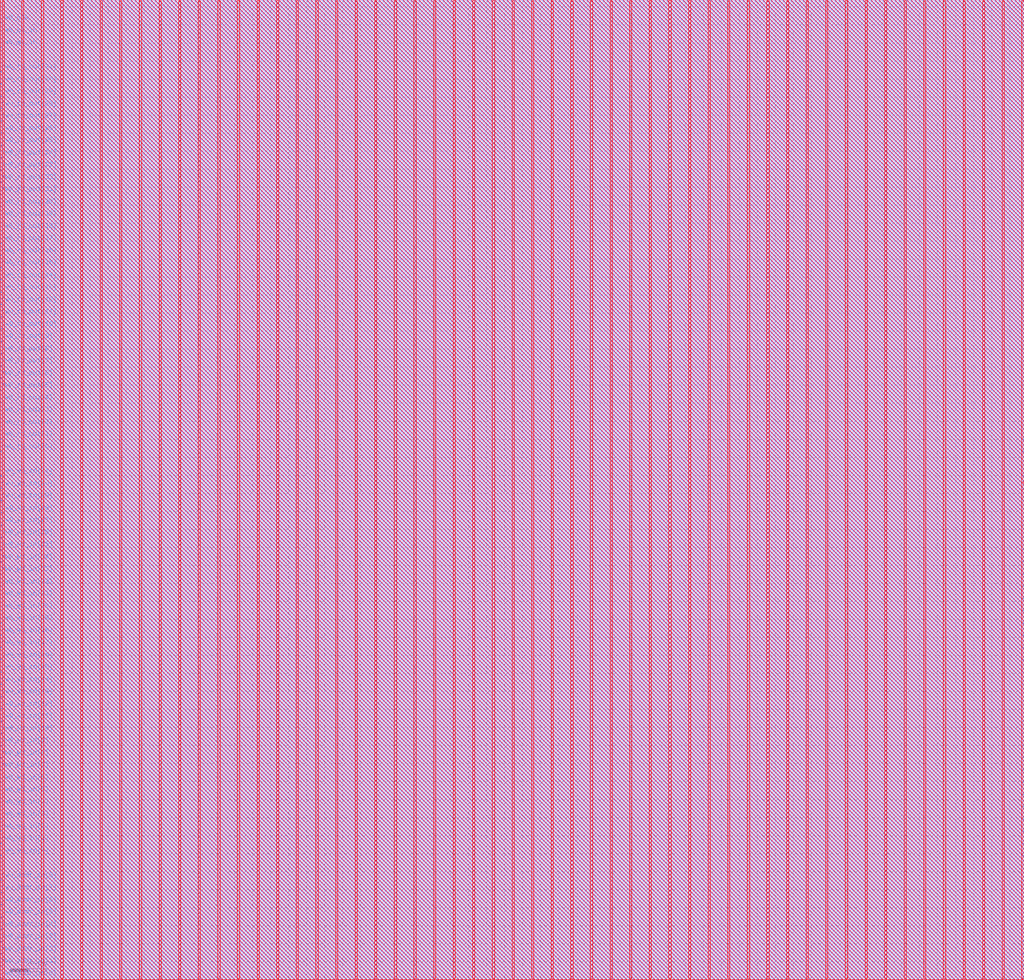
<source format=lef>
# Generated by FakeRAM 2.0
VERSION 5.7 ;
BUSBITCHARS "[]" ;
PROPERTYDEFINITIONS
  MACRO width INTEGER ;
  MACRO depth INTEGER ;
  MACRO banks INTEGER ;
END PROPERTYDEFINITIONS
MACRO liteeth_1rw1r_32w384d_32_sram
  PROPERTY width 32 ;
  PROPERTY depth 384 ;
  PROPERTY banks 1 ;
  FOREIGN liteeth_1rw1r_32w384d_32_sram 0 0 ;
  SYMMETRY X Y R90 ;
  SIZE 568.100 BY 544.000 ;
  CLASS BLOCK ;
  PIN r0_addr_in[0]
    DIRECTION INPUT ;
    USE SIGNAL ;
    SHAPE ABUTMENT ;
    PORT
      LAYER met3 ;
      RECT 567.300 0.680 568.100 0.980 ;
    END
  END r0_addr_in[0]
  PIN r0_addr_in[1]
    DIRECTION INPUT ;
    USE SIGNAL ;
    SHAPE ABUTMENT ;
    PORT
      LAYER met3 ;
      RECT 567.300 7.480 568.100 7.780 ;
    END
  END r0_addr_in[1]
  PIN r0_addr_in[2]
    DIRECTION INPUT ;
    USE SIGNAL ;
    SHAPE ABUTMENT ;
    PORT
      LAYER met3 ;
      RECT 567.300 14.280 568.100 14.580 ;
    END
  END r0_addr_in[2]
  PIN r0_addr_in[3]
    DIRECTION INPUT ;
    USE SIGNAL ;
    SHAPE ABUTMENT ;
    PORT
      LAYER met3 ;
      RECT 567.300 21.080 568.100 21.380 ;
    END
  END r0_addr_in[3]
  PIN r0_addr_in[4]
    DIRECTION INPUT ;
    USE SIGNAL ;
    SHAPE ABUTMENT ;
    PORT
      LAYER met3 ;
      RECT 567.300 27.880 568.100 28.180 ;
    END
  END r0_addr_in[4]
  PIN r0_addr_in[5]
    DIRECTION INPUT ;
    USE SIGNAL ;
    SHAPE ABUTMENT ;
    PORT
      LAYER met3 ;
      RECT 567.300 34.680 568.100 34.980 ;
    END
  END r0_addr_in[5]
  PIN r0_addr_in[6]
    DIRECTION INPUT ;
    USE SIGNAL ;
    SHAPE ABUTMENT ;
    PORT
      LAYER met3 ;
      RECT 567.300 41.480 568.100 41.780 ;
    END
  END r0_addr_in[6]
  PIN r0_addr_in[7]
    DIRECTION INPUT ;
    USE SIGNAL ;
    SHAPE ABUTMENT ;
    PORT
      LAYER met3 ;
      RECT 567.300 48.280 568.100 48.580 ;
    END
  END r0_addr_in[7]
  PIN r0_addr_in[8]
    DIRECTION INPUT ;
    USE SIGNAL ;
    SHAPE ABUTMENT ;
    PORT
      LAYER met3 ;
      RECT 567.300 55.080 568.100 55.380 ;
    END
  END r0_addr_in[8]
  PIN r0_rd_out[0]
    DIRECTION OUTPUT ;
    USE SIGNAL ;
    SHAPE ABUTMENT ;
    PORT
      LAYER met3 ;
      RECT 567.300 68.680 568.100 68.980 ;
    END
  END r0_rd_out[0]
  PIN r0_rd_out[1]
    DIRECTION OUTPUT ;
    USE SIGNAL ;
    SHAPE ABUTMENT ;
    PORT
      LAYER met3 ;
      RECT 567.300 75.480 568.100 75.780 ;
    END
  END r0_rd_out[1]
  PIN r0_rd_out[2]
    DIRECTION OUTPUT ;
    USE SIGNAL ;
    SHAPE ABUTMENT ;
    PORT
      LAYER met3 ;
      RECT 567.300 82.280 568.100 82.580 ;
    END
  END r0_rd_out[2]
  PIN r0_rd_out[3]
    DIRECTION OUTPUT ;
    USE SIGNAL ;
    SHAPE ABUTMENT ;
    PORT
      LAYER met3 ;
      RECT 567.300 89.080 568.100 89.380 ;
    END
  END r0_rd_out[3]
  PIN r0_rd_out[4]
    DIRECTION OUTPUT ;
    USE SIGNAL ;
    SHAPE ABUTMENT ;
    PORT
      LAYER met3 ;
      RECT 567.300 95.880 568.100 96.180 ;
    END
  END r0_rd_out[4]
  PIN r0_rd_out[5]
    DIRECTION OUTPUT ;
    USE SIGNAL ;
    SHAPE ABUTMENT ;
    PORT
      LAYER met3 ;
      RECT 567.300 102.680 568.100 102.980 ;
    END
  END r0_rd_out[5]
  PIN r0_rd_out[6]
    DIRECTION OUTPUT ;
    USE SIGNAL ;
    SHAPE ABUTMENT ;
    PORT
      LAYER met3 ;
      RECT 567.300 109.480 568.100 109.780 ;
    END
  END r0_rd_out[6]
  PIN r0_rd_out[7]
    DIRECTION OUTPUT ;
    USE SIGNAL ;
    SHAPE ABUTMENT ;
    PORT
      LAYER met3 ;
      RECT 567.300 116.280 568.100 116.580 ;
    END
  END r0_rd_out[7]
  PIN r0_rd_out[8]
    DIRECTION OUTPUT ;
    USE SIGNAL ;
    SHAPE ABUTMENT ;
    PORT
      LAYER met3 ;
      RECT 567.300 123.080 568.100 123.380 ;
    END
  END r0_rd_out[8]
  PIN r0_rd_out[9]
    DIRECTION OUTPUT ;
    USE SIGNAL ;
    SHAPE ABUTMENT ;
    PORT
      LAYER met3 ;
      RECT 567.300 129.880 568.100 130.180 ;
    END
  END r0_rd_out[9]
  PIN r0_rd_out[10]
    DIRECTION OUTPUT ;
    USE SIGNAL ;
    SHAPE ABUTMENT ;
    PORT
      LAYER met3 ;
      RECT 567.300 136.680 568.100 136.980 ;
    END
  END r0_rd_out[10]
  PIN r0_rd_out[11]
    DIRECTION OUTPUT ;
    USE SIGNAL ;
    SHAPE ABUTMENT ;
    PORT
      LAYER met3 ;
      RECT 567.300 143.480 568.100 143.780 ;
    END
  END r0_rd_out[11]
  PIN r0_rd_out[12]
    DIRECTION OUTPUT ;
    USE SIGNAL ;
    SHAPE ABUTMENT ;
    PORT
      LAYER met3 ;
      RECT 567.300 150.280 568.100 150.580 ;
    END
  END r0_rd_out[12]
  PIN r0_rd_out[13]
    DIRECTION OUTPUT ;
    USE SIGNAL ;
    SHAPE ABUTMENT ;
    PORT
      LAYER met3 ;
      RECT 567.300 157.080 568.100 157.380 ;
    END
  END r0_rd_out[13]
  PIN r0_rd_out[14]
    DIRECTION OUTPUT ;
    USE SIGNAL ;
    SHAPE ABUTMENT ;
    PORT
      LAYER met3 ;
      RECT 567.300 163.880 568.100 164.180 ;
    END
  END r0_rd_out[14]
  PIN r0_rd_out[15]
    DIRECTION OUTPUT ;
    USE SIGNAL ;
    SHAPE ABUTMENT ;
    PORT
      LAYER met3 ;
      RECT 567.300 170.680 568.100 170.980 ;
    END
  END r0_rd_out[15]
  PIN r0_rd_out[16]
    DIRECTION OUTPUT ;
    USE SIGNAL ;
    SHAPE ABUTMENT ;
    PORT
      LAYER met3 ;
      RECT 567.300 177.480 568.100 177.780 ;
    END
  END r0_rd_out[16]
  PIN r0_rd_out[17]
    DIRECTION OUTPUT ;
    USE SIGNAL ;
    SHAPE ABUTMENT ;
    PORT
      LAYER met3 ;
      RECT 567.300 184.280 568.100 184.580 ;
    END
  END r0_rd_out[17]
  PIN r0_rd_out[18]
    DIRECTION OUTPUT ;
    USE SIGNAL ;
    SHAPE ABUTMENT ;
    PORT
      LAYER met3 ;
      RECT 567.300 191.080 568.100 191.380 ;
    END
  END r0_rd_out[18]
  PIN r0_rd_out[19]
    DIRECTION OUTPUT ;
    USE SIGNAL ;
    SHAPE ABUTMENT ;
    PORT
      LAYER met3 ;
      RECT 567.300 197.880 568.100 198.180 ;
    END
  END r0_rd_out[19]
  PIN r0_rd_out[20]
    DIRECTION OUTPUT ;
    USE SIGNAL ;
    SHAPE ABUTMENT ;
    PORT
      LAYER met3 ;
      RECT 567.300 204.680 568.100 204.980 ;
    END
  END r0_rd_out[20]
  PIN r0_rd_out[21]
    DIRECTION OUTPUT ;
    USE SIGNAL ;
    SHAPE ABUTMENT ;
    PORT
      LAYER met3 ;
      RECT 567.300 211.480 568.100 211.780 ;
    END
  END r0_rd_out[21]
  PIN r0_rd_out[22]
    DIRECTION OUTPUT ;
    USE SIGNAL ;
    SHAPE ABUTMENT ;
    PORT
      LAYER met3 ;
      RECT 567.300 218.280 568.100 218.580 ;
    END
  END r0_rd_out[22]
  PIN r0_rd_out[23]
    DIRECTION OUTPUT ;
    USE SIGNAL ;
    SHAPE ABUTMENT ;
    PORT
      LAYER met3 ;
      RECT 567.300 225.080 568.100 225.380 ;
    END
  END r0_rd_out[23]
  PIN r0_rd_out[24]
    DIRECTION OUTPUT ;
    USE SIGNAL ;
    SHAPE ABUTMENT ;
    PORT
      LAYER met3 ;
      RECT 567.300 231.880 568.100 232.180 ;
    END
  END r0_rd_out[24]
  PIN r0_rd_out[25]
    DIRECTION OUTPUT ;
    USE SIGNAL ;
    SHAPE ABUTMENT ;
    PORT
      LAYER met3 ;
      RECT 567.300 238.680 568.100 238.980 ;
    END
  END r0_rd_out[25]
  PIN r0_rd_out[26]
    DIRECTION OUTPUT ;
    USE SIGNAL ;
    SHAPE ABUTMENT ;
    PORT
      LAYER met3 ;
      RECT 567.300 245.480 568.100 245.780 ;
    END
  END r0_rd_out[26]
  PIN r0_rd_out[27]
    DIRECTION OUTPUT ;
    USE SIGNAL ;
    SHAPE ABUTMENT ;
    PORT
      LAYER met3 ;
      RECT 567.300 252.280 568.100 252.580 ;
    END
  END r0_rd_out[27]
  PIN r0_rd_out[28]
    DIRECTION OUTPUT ;
    USE SIGNAL ;
    SHAPE ABUTMENT ;
    PORT
      LAYER met3 ;
      RECT 567.300 259.080 568.100 259.380 ;
    END
  END r0_rd_out[28]
  PIN r0_rd_out[29]
    DIRECTION OUTPUT ;
    USE SIGNAL ;
    SHAPE ABUTMENT ;
    PORT
      LAYER met3 ;
      RECT 567.300 265.880 568.100 266.180 ;
    END
  END r0_rd_out[29]
  PIN r0_rd_out[30]
    DIRECTION OUTPUT ;
    USE SIGNAL ;
    SHAPE ABUTMENT ;
    PORT
      LAYER met3 ;
      RECT 567.300 272.680 568.100 272.980 ;
    END
  END r0_rd_out[30]
  PIN r0_rd_out[31]
    DIRECTION OUTPUT ;
    USE SIGNAL ;
    SHAPE ABUTMENT ;
    PORT
      LAYER met3 ;
      RECT 567.300 279.480 568.100 279.780 ;
    END
  END r0_rd_out[31]
  PIN r0_ce_in
    DIRECTION INPUT ;
    USE SIGNAL ;
    SHAPE ABUTMENT ;
    PORT
      LAYER met3 ;
      RECT 567.300 293.080 568.100 293.380 ;
    END
  END r0_ce_in
  PIN r0_clk
    DIRECTION INPUT ;
    USE SIGNAL ;
    SHAPE ABUTMENT ;
    PORT
      LAYER met3 ;
      RECT 567.300 299.880 568.100 300.180 ;
    END
  END r0_clk
  PIN rw0_addr_in[0]
    DIRECTION INPUT ;
    USE SIGNAL ;
    SHAPE ABUTMENT ;
    PORT
      LAYER met3 ;
      RECT 0.000 0.680 0.800 0.980 ;
    END
  END rw0_addr_in[0]
  PIN rw0_addr_in[1]
    DIRECTION INPUT ;
    USE SIGNAL ;
    SHAPE ABUTMENT ;
    PORT
      LAYER met3 ;
      RECT 0.000 7.480 0.800 7.780 ;
    END
  END rw0_addr_in[1]
  PIN rw0_addr_in[2]
    DIRECTION INPUT ;
    USE SIGNAL ;
    SHAPE ABUTMENT ;
    PORT
      LAYER met3 ;
      RECT 0.000 14.280 0.800 14.580 ;
    END
  END rw0_addr_in[2]
  PIN rw0_addr_in[3]
    DIRECTION INPUT ;
    USE SIGNAL ;
    SHAPE ABUTMENT ;
    PORT
      LAYER met3 ;
      RECT 0.000 21.080 0.800 21.380 ;
    END
  END rw0_addr_in[3]
  PIN rw0_addr_in[4]
    DIRECTION INPUT ;
    USE SIGNAL ;
    SHAPE ABUTMENT ;
    PORT
      LAYER met3 ;
      RECT 0.000 27.880 0.800 28.180 ;
    END
  END rw0_addr_in[4]
  PIN rw0_addr_in[5]
    DIRECTION INPUT ;
    USE SIGNAL ;
    SHAPE ABUTMENT ;
    PORT
      LAYER met3 ;
      RECT 0.000 34.680 0.800 34.980 ;
    END
  END rw0_addr_in[5]
  PIN rw0_addr_in[6]
    DIRECTION INPUT ;
    USE SIGNAL ;
    SHAPE ABUTMENT ;
    PORT
      LAYER met3 ;
      RECT 0.000 41.480 0.800 41.780 ;
    END
  END rw0_addr_in[6]
  PIN rw0_addr_in[7]
    DIRECTION INPUT ;
    USE SIGNAL ;
    SHAPE ABUTMENT ;
    PORT
      LAYER met3 ;
      RECT 0.000 48.280 0.800 48.580 ;
    END
  END rw0_addr_in[7]
  PIN rw0_addr_in[8]
    DIRECTION INPUT ;
    USE SIGNAL ;
    SHAPE ABUTMENT ;
    PORT
      LAYER met3 ;
      RECT 0.000 55.080 0.800 55.380 ;
    END
  END rw0_addr_in[8]
  PIN rw0_wd_in[0]
    DIRECTION INPUT ;
    USE SIGNAL ;
    SHAPE ABUTMENT ;
    PORT
      LAYER met3 ;
      RECT 0.000 68.680 0.800 68.980 ;
    END
  END rw0_wd_in[0]
  PIN rw0_wd_in[1]
    DIRECTION INPUT ;
    USE SIGNAL ;
    SHAPE ABUTMENT ;
    PORT
      LAYER met3 ;
      RECT 0.000 75.480 0.800 75.780 ;
    END
  END rw0_wd_in[1]
  PIN rw0_wd_in[2]
    DIRECTION INPUT ;
    USE SIGNAL ;
    SHAPE ABUTMENT ;
    PORT
      LAYER met3 ;
      RECT 0.000 82.280 0.800 82.580 ;
    END
  END rw0_wd_in[2]
  PIN rw0_wd_in[3]
    DIRECTION INPUT ;
    USE SIGNAL ;
    SHAPE ABUTMENT ;
    PORT
      LAYER met3 ;
      RECT 0.000 89.080 0.800 89.380 ;
    END
  END rw0_wd_in[3]
  PIN rw0_wd_in[4]
    DIRECTION INPUT ;
    USE SIGNAL ;
    SHAPE ABUTMENT ;
    PORT
      LAYER met3 ;
      RECT 0.000 95.880 0.800 96.180 ;
    END
  END rw0_wd_in[4]
  PIN rw0_wd_in[5]
    DIRECTION INPUT ;
    USE SIGNAL ;
    SHAPE ABUTMENT ;
    PORT
      LAYER met3 ;
      RECT 0.000 102.680 0.800 102.980 ;
    END
  END rw0_wd_in[5]
  PIN rw0_wd_in[6]
    DIRECTION INPUT ;
    USE SIGNAL ;
    SHAPE ABUTMENT ;
    PORT
      LAYER met3 ;
      RECT 0.000 109.480 0.800 109.780 ;
    END
  END rw0_wd_in[6]
  PIN rw0_wd_in[7]
    DIRECTION INPUT ;
    USE SIGNAL ;
    SHAPE ABUTMENT ;
    PORT
      LAYER met3 ;
      RECT 0.000 116.280 0.800 116.580 ;
    END
  END rw0_wd_in[7]
  PIN rw0_wd_in[8]
    DIRECTION INPUT ;
    USE SIGNAL ;
    SHAPE ABUTMENT ;
    PORT
      LAYER met3 ;
      RECT 0.000 123.080 0.800 123.380 ;
    END
  END rw0_wd_in[8]
  PIN rw0_wd_in[9]
    DIRECTION INPUT ;
    USE SIGNAL ;
    SHAPE ABUTMENT ;
    PORT
      LAYER met3 ;
      RECT 0.000 129.880 0.800 130.180 ;
    END
  END rw0_wd_in[9]
  PIN rw0_wd_in[10]
    DIRECTION INPUT ;
    USE SIGNAL ;
    SHAPE ABUTMENT ;
    PORT
      LAYER met3 ;
      RECT 0.000 136.680 0.800 136.980 ;
    END
  END rw0_wd_in[10]
  PIN rw0_wd_in[11]
    DIRECTION INPUT ;
    USE SIGNAL ;
    SHAPE ABUTMENT ;
    PORT
      LAYER met3 ;
      RECT 0.000 143.480 0.800 143.780 ;
    END
  END rw0_wd_in[11]
  PIN rw0_wd_in[12]
    DIRECTION INPUT ;
    USE SIGNAL ;
    SHAPE ABUTMENT ;
    PORT
      LAYER met3 ;
      RECT 0.000 150.280 0.800 150.580 ;
    END
  END rw0_wd_in[12]
  PIN rw0_wd_in[13]
    DIRECTION INPUT ;
    USE SIGNAL ;
    SHAPE ABUTMENT ;
    PORT
      LAYER met3 ;
      RECT 0.000 157.080 0.800 157.380 ;
    END
  END rw0_wd_in[13]
  PIN rw0_wd_in[14]
    DIRECTION INPUT ;
    USE SIGNAL ;
    SHAPE ABUTMENT ;
    PORT
      LAYER met3 ;
      RECT 0.000 163.880 0.800 164.180 ;
    END
  END rw0_wd_in[14]
  PIN rw0_wd_in[15]
    DIRECTION INPUT ;
    USE SIGNAL ;
    SHAPE ABUTMENT ;
    PORT
      LAYER met3 ;
      RECT 0.000 170.680 0.800 170.980 ;
    END
  END rw0_wd_in[15]
  PIN rw0_wd_in[16]
    DIRECTION INPUT ;
    USE SIGNAL ;
    SHAPE ABUTMENT ;
    PORT
      LAYER met3 ;
      RECT 0.000 177.480 0.800 177.780 ;
    END
  END rw0_wd_in[16]
  PIN rw0_wd_in[17]
    DIRECTION INPUT ;
    USE SIGNAL ;
    SHAPE ABUTMENT ;
    PORT
      LAYER met3 ;
      RECT 0.000 184.280 0.800 184.580 ;
    END
  END rw0_wd_in[17]
  PIN rw0_wd_in[18]
    DIRECTION INPUT ;
    USE SIGNAL ;
    SHAPE ABUTMENT ;
    PORT
      LAYER met3 ;
      RECT 0.000 191.080 0.800 191.380 ;
    END
  END rw0_wd_in[18]
  PIN rw0_wd_in[19]
    DIRECTION INPUT ;
    USE SIGNAL ;
    SHAPE ABUTMENT ;
    PORT
      LAYER met3 ;
      RECT 0.000 197.880 0.800 198.180 ;
    END
  END rw0_wd_in[19]
  PIN rw0_wd_in[20]
    DIRECTION INPUT ;
    USE SIGNAL ;
    SHAPE ABUTMENT ;
    PORT
      LAYER met3 ;
      RECT 0.000 204.680 0.800 204.980 ;
    END
  END rw0_wd_in[20]
  PIN rw0_wd_in[21]
    DIRECTION INPUT ;
    USE SIGNAL ;
    SHAPE ABUTMENT ;
    PORT
      LAYER met3 ;
      RECT 0.000 211.480 0.800 211.780 ;
    END
  END rw0_wd_in[21]
  PIN rw0_wd_in[22]
    DIRECTION INPUT ;
    USE SIGNAL ;
    SHAPE ABUTMENT ;
    PORT
      LAYER met3 ;
      RECT 0.000 218.280 0.800 218.580 ;
    END
  END rw0_wd_in[22]
  PIN rw0_wd_in[23]
    DIRECTION INPUT ;
    USE SIGNAL ;
    SHAPE ABUTMENT ;
    PORT
      LAYER met3 ;
      RECT 0.000 225.080 0.800 225.380 ;
    END
  END rw0_wd_in[23]
  PIN rw0_wd_in[24]
    DIRECTION INPUT ;
    USE SIGNAL ;
    SHAPE ABUTMENT ;
    PORT
      LAYER met3 ;
      RECT 0.000 231.880 0.800 232.180 ;
    END
  END rw0_wd_in[24]
  PIN rw0_wd_in[25]
    DIRECTION INPUT ;
    USE SIGNAL ;
    SHAPE ABUTMENT ;
    PORT
      LAYER met3 ;
      RECT 0.000 238.680 0.800 238.980 ;
    END
  END rw0_wd_in[25]
  PIN rw0_wd_in[26]
    DIRECTION INPUT ;
    USE SIGNAL ;
    SHAPE ABUTMENT ;
    PORT
      LAYER met3 ;
      RECT 0.000 245.480 0.800 245.780 ;
    END
  END rw0_wd_in[26]
  PIN rw0_wd_in[27]
    DIRECTION INPUT ;
    USE SIGNAL ;
    SHAPE ABUTMENT ;
    PORT
      LAYER met3 ;
      RECT 0.000 252.280 0.800 252.580 ;
    END
  END rw0_wd_in[27]
  PIN rw0_wd_in[28]
    DIRECTION INPUT ;
    USE SIGNAL ;
    SHAPE ABUTMENT ;
    PORT
      LAYER met3 ;
      RECT 0.000 259.080 0.800 259.380 ;
    END
  END rw0_wd_in[28]
  PIN rw0_wd_in[29]
    DIRECTION INPUT ;
    USE SIGNAL ;
    SHAPE ABUTMENT ;
    PORT
      LAYER met3 ;
      RECT 0.000 265.880 0.800 266.180 ;
    END
  END rw0_wd_in[29]
  PIN rw0_wd_in[30]
    DIRECTION INPUT ;
    USE SIGNAL ;
    SHAPE ABUTMENT ;
    PORT
      LAYER met3 ;
      RECT 0.000 272.680 0.800 272.980 ;
    END
  END rw0_wd_in[30]
  PIN rw0_wd_in[31]
    DIRECTION INPUT ;
    USE SIGNAL ;
    SHAPE ABUTMENT ;
    PORT
      LAYER met3 ;
      RECT 0.000 279.480 0.800 279.780 ;
    END
  END rw0_wd_in[31]
  PIN rw0_rd_out[0]
    DIRECTION OUTPUT ;
    USE SIGNAL ;
    SHAPE ABUTMENT ;
    PORT
      LAYER met3 ;
      RECT 0.000 293.080 0.800 293.380 ;
    END
  END rw0_rd_out[0]
  PIN rw0_rd_out[1]
    DIRECTION OUTPUT ;
    USE SIGNAL ;
    SHAPE ABUTMENT ;
    PORT
      LAYER met3 ;
      RECT 0.000 299.880 0.800 300.180 ;
    END
  END rw0_rd_out[1]
  PIN rw0_rd_out[2]
    DIRECTION OUTPUT ;
    USE SIGNAL ;
    SHAPE ABUTMENT ;
    PORT
      LAYER met3 ;
      RECT 0.000 306.680 0.800 306.980 ;
    END
  END rw0_rd_out[2]
  PIN rw0_rd_out[3]
    DIRECTION OUTPUT ;
    USE SIGNAL ;
    SHAPE ABUTMENT ;
    PORT
      LAYER met3 ;
      RECT 0.000 313.480 0.800 313.780 ;
    END
  END rw0_rd_out[3]
  PIN rw0_rd_out[4]
    DIRECTION OUTPUT ;
    USE SIGNAL ;
    SHAPE ABUTMENT ;
    PORT
      LAYER met3 ;
      RECT 0.000 320.280 0.800 320.580 ;
    END
  END rw0_rd_out[4]
  PIN rw0_rd_out[5]
    DIRECTION OUTPUT ;
    USE SIGNAL ;
    SHAPE ABUTMENT ;
    PORT
      LAYER met3 ;
      RECT 0.000 327.080 0.800 327.380 ;
    END
  END rw0_rd_out[5]
  PIN rw0_rd_out[6]
    DIRECTION OUTPUT ;
    USE SIGNAL ;
    SHAPE ABUTMENT ;
    PORT
      LAYER met3 ;
      RECT 0.000 333.880 0.800 334.180 ;
    END
  END rw0_rd_out[6]
  PIN rw0_rd_out[7]
    DIRECTION OUTPUT ;
    USE SIGNAL ;
    SHAPE ABUTMENT ;
    PORT
      LAYER met3 ;
      RECT 0.000 340.680 0.800 340.980 ;
    END
  END rw0_rd_out[7]
  PIN rw0_rd_out[8]
    DIRECTION OUTPUT ;
    USE SIGNAL ;
    SHAPE ABUTMENT ;
    PORT
      LAYER met3 ;
      RECT 0.000 347.480 0.800 347.780 ;
    END
  END rw0_rd_out[8]
  PIN rw0_rd_out[9]
    DIRECTION OUTPUT ;
    USE SIGNAL ;
    SHAPE ABUTMENT ;
    PORT
      LAYER met3 ;
      RECT 0.000 354.280 0.800 354.580 ;
    END
  END rw0_rd_out[9]
  PIN rw0_rd_out[10]
    DIRECTION OUTPUT ;
    USE SIGNAL ;
    SHAPE ABUTMENT ;
    PORT
      LAYER met3 ;
      RECT 0.000 361.080 0.800 361.380 ;
    END
  END rw0_rd_out[10]
  PIN rw0_rd_out[11]
    DIRECTION OUTPUT ;
    USE SIGNAL ;
    SHAPE ABUTMENT ;
    PORT
      LAYER met3 ;
      RECT 0.000 367.880 0.800 368.180 ;
    END
  END rw0_rd_out[11]
  PIN rw0_rd_out[12]
    DIRECTION OUTPUT ;
    USE SIGNAL ;
    SHAPE ABUTMENT ;
    PORT
      LAYER met3 ;
      RECT 0.000 374.680 0.800 374.980 ;
    END
  END rw0_rd_out[12]
  PIN rw0_rd_out[13]
    DIRECTION OUTPUT ;
    USE SIGNAL ;
    SHAPE ABUTMENT ;
    PORT
      LAYER met3 ;
      RECT 0.000 381.480 0.800 381.780 ;
    END
  END rw0_rd_out[13]
  PIN rw0_rd_out[14]
    DIRECTION OUTPUT ;
    USE SIGNAL ;
    SHAPE ABUTMENT ;
    PORT
      LAYER met3 ;
      RECT 0.000 388.280 0.800 388.580 ;
    END
  END rw0_rd_out[14]
  PIN rw0_rd_out[15]
    DIRECTION OUTPUT ;
    USE SIGNAL ;
    SHAPE ABUTMENT ;
    PORT
      LAYER met3 ;
      RECT 0.000 395.080 0.800 395.380 ;
    END
  END rw0_rd_out[15]
  PIN rw0_rd_out[16]
    DIRECTION OUTPUT ;
    USE SIGNAL ;
    SHAPE ABUTMENT ;
    PORT
      LAYER met3 ;
      RECT 0.000 401.880 0.800 402.180 ;
    END
  END rw0_rd_out[16]
  PIN rw0_rd_out[17]
    DIRECTION OUTPUT ;
    USE SIGNAL ;
    SHAPE ABUTMENT ;
    PORT
      LAYER met3 ;
      RECT 0.000 408.680 0.800 408.980 ;
    END
  END rw0_rd_out[17]
  PIN rw0_rd_out[18]
    DIRECTION OUTPUT ;
    USE SIGNAL ;
    SHAPE ABUTMENT ;
    PORT
      LAYER met3 ;
      RECT 0.000 415.480 0.800 415.780 ;
    END
  END rw0_rd_out[18]
  PIN rw0_rd_out[19]
    DIRECTION OUTPUT ;
    USE SIGNAL ;
    SHAPE ABUTMENT ;
    PORT
      LAYER met3 ;
      RECT 0.000 422.280 0.800 422.580 ;
    END
  END rw0_rd_out[19]
  PIN rw0_rd_out[20]
    DIRECTION OUTPUT ;
    USE SIGNAL ;
    SHAPE ABUTMENT ;
    PORT
      LAYER met3 ;
      RECT 0.000 429.080 0.800 429.380 ;
    END
  END rw0_rd_out[20]
  PIN rw0_rd_out[21]
    DIRECTION OUTPUT ;
    USE SIGNAL ;
    SHAPE ABUTMENT ;
    PORT
      LAYER met3 ;
      RECT 0.000 435.880 0.800 436.180 ;
    END
  END rw0_rd_out[21]
  PIN rw0_rd_out[22]
    DIRECTION OUTPUT ;
    USE SIGNAL ;
    SHAPE ABUTMENT ;
    PORT
      LAYER met3 ;
      RECT 0.000 442.680 0.800 442.980 ;
    END
  END rw0_rd_out[22]
  PIN rw0_rd_out[23]
    DIRECTION OUTPUT ;
    USE SIGNAL ;
    SHAPE ABUTMENT ;
    PORT
      LAYER met3 ;
      RECT 0.000 449.480 0.800 449.780 ;
    END
  END rw0_rd_out[23]
  PIN rw0_rd_out[24]
    DIRECTION OUTPUT ;
    USE SIGNAL ;
    SHAPE ABUTMENT ;
    PORT
      LAYER met3 ;
      RECT 0.000 456.280 0.800 456.580 ;
    END
  END rw0_rd_out[24]
  PIN rw0_rd_out[25]
    DIRECTION OUTPUT ;
    USE SIGNAL ;
    SHAPE ABUTMENT ;
    PORT
      LAYER met3 ;
      RECT 0.000 463.080 0.800 463.380 ;
    END
  END rw0_rd_out[25]
  PIN rw0_rd_out[26]
    DIRECTION OUTPUT ;
    USE SIGNAL ;
    SHAPE ABUTMENT ;
    PORT
      LAYER met3 ;
      RECT 0.000 469.880 0.800 470.180 ;
    END
  END rw0_rd_out[26]
  PIN rw0_rd_out[27]
    DIRECTION OUTPUT ;
    USE SIGNAL ;
    SHAPE ABUTMENT ;
    PORT
      LAYER met3 ;
      RECT 0.000 476.680 0.800 476.980 ;
    END
  END rw0_rd_out[27]
  PIN rw0_rd_out[28]
    DIRECTION OUTPUT ;
    USE SIGNAL ;
    SHAPE ABUTMENT ;
    PORT
      LAYER met3 ;
      RECT 0.000 483.480 0.800 483.780 ;
    END
  END rw0_rd_out[28]
  PIN rw0_rd_out[29]
    DIRECTION OUTPUT ;
    USE SIGNAL ;
    SHAPE ABUTMENT ;
    PORT
      LAYER met3 ;
      RECT 0.000 490.280 0.800 490.580 ;
    END
  END rw0_rd_out[29]
  PIN rw0_rd_out[30]
    DIRECTION OUTPUT ;
    USE SIGNAL ;
    SHAPE ABUTMENT ;
    PORT
      LAYER met3 ;
      RECT 0.000 497.080 0.800 497.380 ;
    END
  END rw0_rd_out[30]
  PIN rw0_rd_out[31]
    DIRECTION OUTPUT ;
    USE SIGNAL ;
    SHAPE ABUTMENT ;
    PORT
      LAYER met3 ;
      RECT 0.000 503.880 0.800 504.180 ;
    END
  END rw0_rd_out[31]
  PIN rw0_we_in
    DIRECTION INPUT ;
    USE SIGNAL ;
    SHAPE ABUTMENT ;
    PORT
      LAYER met3 ;
      RECT 0.000 517.480 0.800 517.780 ;
    END
  END rw0_we_in
  PIN rw0_ce_in
    DIRECTION INPUT ;
    USE SIGNAL ;
    SHAPE ABUTMENT ;
    PORT
      LAYER met3 ;
      RECT 0.000 524.280 0.800 524.580 ;
    END
  END rw0_ce_in
  PIN rw0_clk
    DIRECTION INPUT ;
    USE SIGNAL ;
    SHAPE ABUTMENT ;
    PORT
      LAYER met3 ;
      RECT 0.000 531.080 0.800 531.380 ;
    END
  END rw0_clk
  PIN VSS
    DIRECTION INOUT ;
    USE GROUND ;
    PORT
      LAYER met4 ;
      RECT 1.060 0.680 2.260 543.320 ;
      RECT 11.940 0.680 13.140 543.320 ;
      RECT 22.820 0.680 24.020 543.320 ;
      RECT 33.700 0.680 34.900 543.320 ;
      RECT 44.580 0.680 45.780 543.320 ;
      RECT 55.460 0.680 56.660 543.320 ;
      RECT 66.340 0.680 67.540 543.320 ;
      RECT 77.220 0.680 78.420 543.320 ;
      RECT 88.100 0.680 89.300 543.320 ;
      RECT 98.980 0.680 100.180 543.320 ;
      RECT 109.860 0.680 111.060 543.320 ;
      RECT 120.740 0.680 121.940 543.320 ;
      RECT 131.620 0.680 132.820 543.320 ;
      RECT 142.500 0.680 143.700 543.320 ;
      RECT 153.380 0.680 154.580 543.320 ;
      RECT 164.260 0.680 165.460 543.320 ;
      RECT 175.140 0.680 176.340 543.320 ;
      RECT 186.020 0.680 187.220 543.320 ;
      RECT 196.900 0.680 198.100 543.320 ;
      RECT 207.780 0.680 208.980 543.320 ;
      RECT 218.660 0.680 219.860 543.320 ;
      RECT 229.540 0.680 230.740 543.320 ;
      RECT 240.420 0.680 241.620 543.320 ;
      RECT 251.300 0.680 252.500 543.320 ;
      RECT 262.180 0.680 263.380 543.320 ;
      RECT 273.060 0.680 274.260 543.320 ;
      RECT 283.940 0.680 285.140 543.320 ;
      RECT 294.820 0.680 296.020 543.320 ;
      RECT 305.700 0.680 306.900 543.320 ;
      RECT 316.580 0.680 317.780 543.320 ;
      RECT 327.460 0.680 328.660 543.320 ;
      RECT 338.340 0.680 339.540 543.320 ;
      RECT 349.220 0.680 350.420 543.320 ;
      RECT 360.100 0.680 361.300 543.320 ;
      RECT 370.980 0.680 372.180 543.320 ;
      RECT 381.860 0.680 383.060 543.320 ;
      RECT 392.740 0.680 393.940 543.320 ;
      RECT 403.620 0.680 404.820 543.320 ;
      RECT 414.500 0.680 415.700 543.320 ;
      RECT 425.380 0.680 426.580 543.320 ;
      RECT 436.260 0.680 437.460 543.320 ;
      RECT 447.140 0.680 448.340 543.320 ;
      RECT 458.020 0.680 459.220 543.320 ;
      RECT 468.900 0.680 470.100 543.320 ;
      RECT 479.780 0.680 480.980 543.320 ;
      RECT 490.660 0.680 491.860 543.320 ;
      RECT 501.540 0.680 502.740 543.320 ;
      RECT 512.420 0.680 513.620 543.320 ;
      RECT 523.300 0.680 524.500 543.320 ;
      RECT 534.180 0.680 535.380 543.320 ;
      RECT 545.060 0.680 546.260 543.320 ;
      RECT 555.940 0.680 557.140 543.320 ;
      RECT 566.820 0.680 568.020 543.320 ;
    END
  END VSS
  PIN VDD
    DIRECTION INOUT ;
    USE POWER ;
    PORT
      LAYER met4 ;
      RECT 1.060 0.680 2.260 543.320 ;
      RECT 11.940 0.680 13.140 543.320 ;
      RECT 22.820 0.680 24.020 543.320 ;
      RECT 33.700 0.680 34.900 543.320 ;
      RECT 44.580 0.680 45.780 543.320 ;
      RECT 55.460 0.680 56.660 543.320 ;
      RECT 66.340 0.680 67.540 543.320 ;
      RECT 77.220 0.680 78.420 543.320 ;
      RECT 88.100 0.680 89.300 543.320 ;
      RECT 98.980 0.680 100.180 543.320 ;
      RECT 109.860 0.680 111.060 543.320 ;
      RECT 120.740 0.680 121.940 543.320 ;
      RECT 131.620 0.680 132.820 543.320 ;
      RECT 142.500 0.680 143.700 543.320 ;
      RECT 153.380 0.680 154.580 543.320 ;
      RECT 164.260 0.680 165.460 543.320 ;
      RECT 175.140 0.680 176.340 543.320 ;
      RECT 186.020 0.680 187.220 543.320 ;
      RECT 196.900 0.680 198.100 543.320 ;
      RECT 207.780 0.680 208.980 543.320 ;
      RECT 218.660 0.680 219.860 543.320 ;
      RECT 229.540 0.680 230.740 543.320 ;
      RECT 240.420 0.680 241.620 543.320 ;
      RECT 251.300 0.680 252.500 543.320 ;
      RECT 262.180 0.680 263.380 543.320 ;
      RECT 273.060 0.680 274.260 543.320 ;
      RECT 283.940 0.680 285.140 543.320 ;
      RECT 294.820 0.680 296.020 543.320 ;
      RECT 305.700 0.680 306.900 543.320 ;
      RECT 316.580 0.680 317.780 543.320 ;
      RECT 327.460 0.680 328.660 543.320 ;
      RECT 338.340 0.680 339.540 543.320 ;
      RECT 349.220 0.680 350.420 543.320 ;
      RECT 360.100 0.680 361.300 543.320 ;
      RECT 370.980 0.680 372.180 543.320 ;
      RECT 381.860 0.680 383.060 543.320 ;
      RECT 392.740 0.680 393.940 543.320 ;
      RECT 403.620 0.680 404.820 543.320 ;
      RECT 414.500 0.680 415.700 543.320 ;
      RECT 425.380 0.680 426.580 543.320 ;
      RECT 436.260 0.680 437.460 543.320 ;
      RECT 447.140 0.680 448.340 543.320 ;
      RECT 458.020 0.680 459.220 543.320 ;
      RECT 468.900 0.680 470.100 543.320 ;
      RECT 479.780 0.680 480.980 543.320 ;
      RECT 490.660 0.680 491.860 543.320 ;
      RECT 501.540 0.680 502.740 543.320 ;
      RECT 512.420 0.680 513.620 543.320 ;
      RECT 523.300 0.680 524.500 543.320 ;
      RECT 534.180 0.680 535.380 543.320 ;
      RECT 545.060 0.680 546.260 543.320 ;
      RECT 555.940 0.680 557.140 543.320 ;
      RECT 566.820 0.680 568.020 543.320 ;
    END
  END VDD
  OBS
    LAYER met1 ;
    RECT 0 0 568.100 544.000 ;
    LAYER met2 ;
    RECT 0 0 568.100 544.000 ;
    LAYER met3 ;
    RECT 0 0 568.100 544.000 ;
    LAYER met4 ;
    RECT 0 0 568.100 544.000 ;
    LAYER OVERLAP ;
    RECT 0 0 568.100 544.000 ;
  END
END liteeth_1rw1r_32w384d_32_sram

END LIBRARY

</source>
